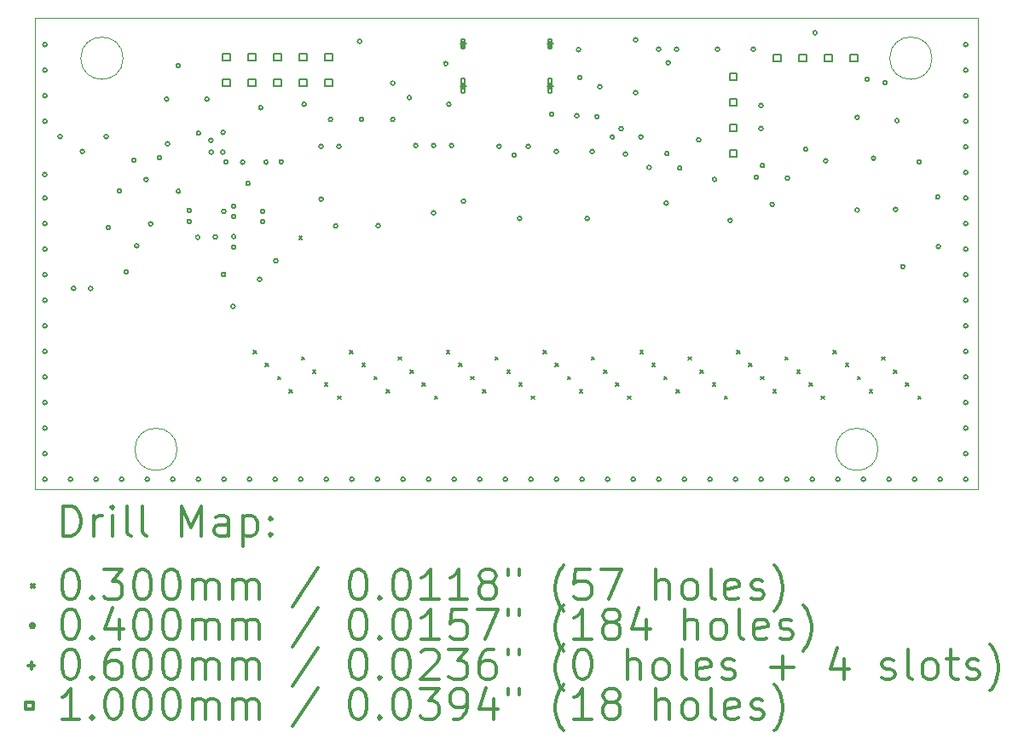
<source format=gbr>
%FSLAX45Y45*%
G04 Gerber Fmt 4.5, Leading zero omitted, Abs format (unit mm)*
G04 Created by KiCad (PCBNEW (5.1.12)-1) date 2024-06-07 21:14:00*
%MOMM*%
%LPD*%
G01*
G04 APERTURE LIST*
%TA.AperFunction,Profile*%
%ADD10C,0.050000*%
%TD*%
%ADD11C,0.200000*%
%ADD12C,0.300000*%
G04 APERTURE END LIST*
D10*
X19373500Y-12585600D02*
G75*
G03*
X19373500Y-12585600I-210000J0D01*
G01*
X12413500Y-12585600D02*
G75*
G03*
X12413500Y-12585600I-210000J0D01*
G01*
X11877000Y-8700000D02*
G75*
G03*
X11877000Y-8700000I-210000J0D01*
G01*
X19910000Y-8700000D02*
G75*
G03*
X19910000Y-8700000I-210000J0D01*
G01*
X20367000Y-12979400D02*
X20367000Y-8300000D01*
X11000000Y-8300000D02*
X20367000Y-8300000D01*
X11000000Y-12979400D02*
X11000000Y-8300000D01*
X20367000Y-12979400D02*
X11000000Y-12979400D01*
D11*
X13170000Y-11602000D02*
X13200000Y-11632000D01*
X13200000Y-11602000D02*
X13170000Y-11632000D01*
X13291000Y-11732000D02*
X13321000Y-11762000D01*
X13321000Y-11732000D02*
X13291000Y-11762000D01*
X13412000Y-11862000D02*
X13442000Y-11892000D01*
X13442000Y-11862000D02*
X13412000Y-11892000D01*
X13525000Y-11992000D02*
X13555000Y-12022000D01*
X13555000Y-11992000D02*
X13525000Y-12022000D01*
X13625000Y-10467000D02*
X13655000Y-10497000D01*
X13655000Y-10467000D02*
X13625000Y-10497000D01*
X13648000Y-11667000D02*
X13678000Y-11697000D01*
X13678000Y-11667000D02*
X13648000Y-11697000D01*
X13759000Y-11797000D02*
X13789000Y-11827000D01*
X13789000Y-11797000D02*
X13759000Y-11827000D01*
X13880000Y-11927000D02*
X13910000Y-11957000D01*
X13910000Y-11927000D02*
X13880000Y-11957000D01*
X14010000Y-12057000D02*
X14040000Y-12087000D01*
X14040000Y-12057000D02*
X14010000Y-12087000D01*
X14130000Y-11602000D02*
X14160000Y-11632000D01*
X14160000Y-11602000D02*
X14130000Y-11632000D01*
X14250000Y-11732000D02*
X14280000Y-11762000D01*
X14280000Y-11732000D02*
X14250000Y-11762000D01*
X14370000Y-11862000D02*
X14400000Y-11892000D01*
X14400000Y-11862000D02*
X14370000Y-11892000D01*
X14490000Y-11992000D02*
X14520000Y-12022000D01*
X14520000Y-11992000D02*
X14490000Y-12022000D01*
X14610000Y-11667000D02*
X14640000Y-11697000D01*
X14640000Y-11667000D02*
X14610000Y-11697000D01*
X14730000Y-11797000D02*
X14760000Y-11827000D01*
X14760000Y-11797000D02*
X14730000Y-11827000D01*
X14850000Y-11927000D02*
X14880000Y-11957000D01*
X14880000Y-11927000D02*
X14850000Y-11957000D01*
X14970000Y-12057000D02*
X15000000Y-12087000D01*
X15000000Y-12057000D02*
X14970000Y-12087000D01*
X15090000Y-11602000D02*
X15120000Y-11632000D01*
X15120000Y-11602000D02*
X15090000Y-11632000D01*
X15210000Y-11732000D02*
X15240000Y-11762000D01*
X15240000Y-11732000D02*
X15210000Y-11762000D01*
X15330000Y-11862000D02*
X15360000Y-11892000D01*
X15360000Y-11862000D02*
X15330000Y-11892000D01*
X15450000Y-11992000D02*
X15480000Y-12022000D01*
X15480000Y-11992000D02*
X15450000Y-12022000D01*
X15570000Y-11667000D02*
X15600000Y-11697000D01*
X15600000Y-11667000D02*
X15570000Y-11697000D01*
X15690000Y-11797000D02*
X15720000Y-11827000D01*
X15720000Y-11797000D02*
X15690000Y-11827000D01*
X15810000Y-11927000D02*
X15840000Y-11957000D01*
X15840000Y-11927000D02*
X15810000Y-11957000D01*
X15930000Y-12057000D02*
X15960000Y-12087000D01*
X15960000Y-12057000D02*
X15930000Y-12087000D01*
X16050000Y-11602000D02*
X16080000Y-11632000D01*
X16080000Y-11602000D02*
X16050000Y-11632000D01*
X16170000Y-11732000D02*
X16200000Y-11762000D01*
X16200000Y-11732000D02*
X16170000Y-11762000D01*
X16290000Y-11862000D02*
X16320000Y-11892000D01*
X16320000Y-11862000D02*
X16290000Y-11892000D01*
X16410000Y-11992000D02*
X16440000Y-12022000D01*
X16440000Y-11992000D02*
X16410000Y-12022000D01*
X16530000Y-11667000D02*
X16560000Y-11697000D01*
X16560000Y-11667000D02*
X16530000Y-11697000D01*
X16650000Y-11797000D02*
X16680000Y-11827000D01*
X16680000Y-11797000D02*
X16650000Y-11827000D01*
X16770000Y-11927000D02*
X16800000Y-11957000D01*
X16800000Y-11927000D02*
X16770000Y-11957000D01*
X16890000Y-12057000D02*
X16920000Y-12087000D01*
X16920000Y-12057000D02*
X16890000Y-12087000D01*
X17010000Y-11602000D02*
X17040000Y-11632000D01*
X17040000Y-11602000D02*
X17010000Y-11632000D01*
X17130000Y-11732000D02*
X17160000Y-11762000D01*
X17160000Y-11732000D02*
X17130000Y-11762000D01*
X17250000Y-11862000D02*
X17280000Y-11892000D01*
X17280000Y-11862000D02*
X17250000Y-11892000D01*
X17370000Y-11992000D02*
X17400000Y-12022000D01*
X17400000Y-11992000D02*
X17370000Y-12022000D01*
X17490000Y-11667000D02*
X17520000Y-11697000D01*
X17520000Y-11667000D02*
X17490000Y-11697000D01*
X17610000Y-11797000D02*
X17640000Y-11827000D01*
X17640000Y-11797000D02*
X17610000Y-11827000D01*
X17730000Y-11927000D02*
X17760000Y-11957000D01*
X17760000Y-11927000D02*
X17730000Y-11957000D01*
X17850000Y-12057000D02*
X17880000Y-12087000D01*
X17880000Y-12057000D02*
X17850000Y-12087000D01*
X17970000Y-11602000D02*
X18000000Y-11632000D01*
X18000000Y-11602000D02*
X17970000Y-11632000D01*
X18090000Y-11732000D02*
X18120000Y-11762000D01*
X18120000Y-11732000D02*
X18090000Y-11762000D01*
X18210000Y-11862000D02*
X18240000Y-11892000D01*
X18240000Y-11862000D02*
X18210000Y-11892000D01*
X18330000Y-11992000D02*
X18360000Y-12022000D01*
X18360000Y-11992000D02*
X18330000Y-12022000D01*
X18450000Y-11667000D02*
X18480000Y-11697000D01*
X18480000Y-11667000D02*
X18450000Y-11697000D01*
X18570000Y-11797000D02*
X18600000Y-11827000D01*
X18600000Y-11797000D02*
X18570000Y-11827000D01*
X18690000Y-11927000D02*
X18720000Y-11957000D01*
X18720000Y-11927000D02*
X18690000Y-11957000D01*
X18810000Y-12057000D02*
X18840000Y-12087000D01*
X18840000Y-12057000D02*
X18810000Y-12087000D01*
X18930000Y-11602000D02*
X18960000Y-11632000D01*
X18960000Y-11602000D02*
X18930000Y-11632000D01*
X19050000Y-11732000D02*
X19080000Y-11762000D01*
X19080000Y-11732000D02*
X19050000Y-11762000D01*
X19170000Y-11862000D02*
X19200000Y-11892000D01*
X19200000Y-11862000D02*
X19170000Y-11892000D01*
X19290000Y-11992000D02*
X19320000Y-12022000D01*
X19320000Y-11992000D02*
X19290000Y-12022000D01*
X19410000Y-11667000D02*
X19440000Y-11697000D01*
X19440000Y-11667000D02*
X19410000Y-11697000D01*
X19530000Y-11797000D02*
X19560000Y-11827000D01*
X19560000Y-11797000D02*
X19530000Y-11827000D01*
X19650000Y-11927000D02*
X19680000Y-11957000D01*
X19680000Y-11927000D02*
X19650000Y-11957000D01*
X19770000Y-12057000D02*
X19800000Y-12087000D01*
X19800000Y-12057000D02*
X19770000Y-12087000D01*
X11119800Y-9855200D02*
G75*
G03*
X11119800Y-9855200I-20000J0D01*
G01*
X11121000Y-8565000D02*
G75*
G03*
X11121000Y-8565000I-20000J0D01*
G01*
X11121000Y-8819000D02*
G75*
G03*
X11121000Y-8819000I-20000J0D01*
G01*
X11121000Y-9073000D02*
G75*
G03*
X11121000Y-9073000I-20000J0D01*
G01*
X11121000Y-9327000D02*
G75*
G03*
X11121000Y-9327000I-20000J0D01*
G01*
X11121000Y-10089000D02*
G75*
G03*
X11121000Y-10089000I-20000J0D01*
G01*
X11121000Y-10343000D02*
G75*
G03*
X11121000Y-10343000I-20000J0D01*
G01*
X11121000Y-10597000D02*
G75*
G03*
X11121000Y-10597000I-20000J0D01*
G01*
X11121000Y-10851000D02*
G75*
G03*
X11121000Y-10851000I-20000J0D01*
G01*
X11121000Y-11105000D02*
G75*
G03*
X11121000Y-11105000I-20000J0D01*
G01*
X11121000Y-11359000D02*
G75*
G03*
X11121000Y-11359000I-20000J0D01*
G01*
X11121000Y-11613000D02*
G75*
G03*
X11121000Y-11613000I-20000J0D01*
G01*
X11121000Y-11867000D02*
G75*
G03*
X11121000Y-11867000I-20000J0D01*
G01*
X11121000Y-12121000D02*
G75*
G03*
X11121000Y-12121000I-20000J0D01*
G01*
X11121000Y-12375000D02*
G75*
G03*
X11121000Y-12375000I-20000J0D01*
G01*
X11121000Y-12629000D02*
G75*
G03*
X11121000Y-12629000I-20000J0D01*
G01*
X11121000Y-12883000D02*
G75*
G03*
X11121000Y-12883000I-20000J0D01*
G01*
X11272200Y-9478500D02*
G75*
G03*
X11272200Y-9478500I-20000J0D01*
G01*
X11375000Y-12883000D02*
G75*
G03*
X11375000Y-12883000I-20000J0D01*
G01*
X11405600Y-10986000D02*
G75*
G03*
X11405600Y-10986000I-20000J0D01*
G01*
X11493000Y-9627000D02*
G75*
G03*
X11493000Y-9627000I-20000J0D01*
G01*
X11575600Y-10988000D02*
G75*
G03*
X11575600Y-10988000I-20000J0D01*
G01*
X11629000Y-12883000D02*
G75*
G03*
X11629000Y-12883000I-20000J0D01*
G01*
X11729400Y-9478500D02*
G75*
G03*
X11729400Y-9478500I-20000J0D01*
G01*
X11751000Y-10381000D02*
G75*
G03*
X11751000Y-10381000I-20000J0D01*
G01*
X11862000Y-10018000D02*
G75*
G03*
X11862000Y-10018000I-20000J0D01*
G01*
X11883000Y-12883000D02*
G75*
G03*
X11883000Y-12883000I-20000J0D01*
G01*
X11927000Y-10824000D02*
G75*
G03*
X11927000Y-10824000I-20000J0D01*
G01*
X12004000Y-9715000D02*
G75*
G03*
X12004000Y-9715000I-20000J0D01*
G01*
X12033000Y-10564000D02*
G75*
G03*
X12033000Y-10564000I-20000J0D01*
G01*
X12125100Y-9905900D02*
G75*
G03*
X12125100Y-9905900I-20000J0D01*
G01*
X12137000Y-12883000D02*
G75*
G03*
X12137000Y-12883000I-20000J0D01*
G01*
X12171000Y-10346000D02*
G75*
G03*
X12171000Y-10346000I-20000J0D01*
G01*
X12259000Y-9690000D02*
G75*
G03*
X12259000Y-9690000I-20000J0D01*
G01*
X12330000Y-9107000D02*
G75*
G03*
X12330000Y-9107000I-20000J0D01*
G01*
X12339000Y-9550400D02*
G75*
G03*
X12339000Y-9550400I-20000J0D01*
G01*
X12391000Y-12883000D02*
G75*
G03*
X12391000Y-12883000I-20000J0D01*
G01*
X12443000Y-8774000D02*
G75*
G03*
X12443000Y-8774000I-20000J0D01*
G01*
X12445600Y-10021000D02*
G75*
G03*
X12445600Y-10021000I-20000J0D01*
G01*
X12553600Y-10210800D02*
G75*
G03*
X12553600Y-10210800I-20000J0D01*
G01*
X12553600Y-10321000D02*
G75*
G03*
X12553600Y-10321000I-20000J0D01*
G01*
X12638000Y-10480000D02*
G75*
G03*
X12638000Y-10480000I-20000J0D01*
G01*
X12645000Y-12883000D02*
G75*
G03*
X12645000Y-12883000I-20000J0D01*
G01*
X12645600Y-9444400D02*
G75*
G03*
X12645600Y-9444400I-20000J0D01*
G01*
X12730000Y-9107000D02*
G75*
G03*
X12730000Y-9107000I-20000J0D01*
G01*
X12769000Y-9516000D02*
G75*
G03*
X12769000Y-9516000I-20000J0D01*
G01*
X12771000Y-9633000D02*
G75*
G03*
X12771000Y-9633000I-20000J0D01*
G01*
X12812000Y-10475000D02*
G75*
G03*
X12812000Y-10475000I-20000J0D01*
G01*
X12888000Y-9633000D02*
G75*
G03*
X12888000Y-9633000I-20000J0D01*
G01*
X12890000Y-9436000D02*
G75*
G03*
X12890000Y-9436000I-20000J0D01*
G01*
X12895000Y-10848000D02*
G75*
G03*
X12895000Y-10848000I-20000J0D01*
G01*
X12897800Y-10221000D02*
G75*
G03*
X12897800Y-10221000I-20000J0D01*
G01*
X12899000Y-12883000D02*
G75*
G03*
X12899000Y-12883000I-20000J0D01*
G01*
X12920000Y-9729000D02*
G75*
G03*
X12920000Y-9729000I-20000J0D01*
G01*
X12989000Y-11166000D02*
G75*
G03*
X12989000Y-11166000I-20000J0D01*
G01*
X12995600Y-10171000D02*
G75*
G03*
X12995600Y-10171000I-20000J0D01*
G01*
X12995600Y-10271000D02*
G75*
G03*
X12995600Y-10271000I-20000J0D01*
G01*
X12995600Y-10471000D02*
G75*
G03*
X12995600Y-10471000I-20000J0D01*
G01*
X12995600Y-10577400D02*
G75*
G03*
X12995600Y-10577400I-20000J0D01*
G01*
X13084000Y-9734000D02*
G75*
G03*
X13084000Y-9734000I-20000J0D01*
G01*
X13136850Y-9943000D02*
G75*
G03*
X13136850Y-9943000I-20000J0D01*
G01*
X13153000Y-12883000D02*
G75*
G03*
X13153000Y-12883000I-20000J0D01*
G01*
X13253400Y-10896600D02*
G75*
G03*
X13253400Y-10896600I-20000J0D01*
G01*
X13264000Y-9191000D02*
G75*
G03*
X13264000Y-9191000I-20000J0D01*
G01*
X13282000Y-10221000D02*
G75*
G03*
X13282000Y-10221000I-20000J0D01*
G01*
X13282000Y-10321000D02*
G75*
G03*
X13282000Y-10321000I-20000J0D01*
G01*
X13317000Y-9733000D02*
G75*
G03*
X13317000Y-9733000I-20000J0D01*
G01*
X13407000Y-12883000D02*
G75*
G03*
X13407000Y-12883000I-20000J0D01*
G01*
X13413000Y-10712250D02*
G75*
G03*
X13413000Y-10712250I-20000J0D01*
G01*
X13467000Y-9729000D02*
G75*
G03*
X13467000Y-9729000I-20000J0D01*
G01*
X13661000Y-12883000D02*
G75*
G03*
X13661000Y-12883000I-20000J0D01*
G01*
X13695000Y-9158000D02*
G75*
G03*
X13695000Y-9158000I-20000J0D01*
G01*
X13863000Y-9575800D02*
G75*
G03*
X13863000Y-9575800I-20000J0D01*
G01*
X13865000Y-10100000D02*
G75*
G03*
X13865000Y-10100000I-20000J0D01*
G01*
X13915000Y-12883000D02*
G75*
G03*
X13915000Y-12883000I-20000J0D01*
G01*
X13957000Y-9308000D02*
G75*
G03*
X13957000Y-9308000I-20000J0D01*
G01*
X14008000Y-10366000D02*
G75*
G03*
X14008000Y-10366000I-20000J0D01*
G01*
X14040800Y-9575800D02*
G75*
G03*
X14040800Y-9575800I-20000J0D01*
G01*
X14169000Y-12883000D02*
G75*
G03*
X14169000Y-12883000I-20000J0D01*
G01*
X14246000Y-8533000D02*
G75*
G03*
X14246000Y-8533000I-20000J0D01*
G01*
X14266000Y-9308000D02*
G75*
G03*
X14266000Y-9308000I-20000J0D01*
G01*
X14423000Y-12883000D02*
G75*
G03*
X14423000Y-12883000I-20000J0D01*
G01*
X14430000Y-10363200D02*
G75*
G03*
X14430000Y-10363200I-20000J0D01*
G01*
X14575000Y-9308000D02*
G75*
G03*
X14575000Y-9308000I-20000J0D01*
G01*
X14576000Y-8948000D02*
G75*
G03*
X14576000Y-8948000I-20000J0D01*
G01*
X14677000Y-12883000D02*
G75*
G03*
X14677000Y-12883000I-20000J0D01*
G01*
X14739000Y-9092000D02*
G75*
G03*
X14739000Y-9092000I-20000J0D01*
G01*
X14802800Y-9567000D02*
G75*
G03*
X14802800Y-9567000I-20000J0D01*
G01*
X14931000Y-12883000D02*
G75*
G03*
X14931000Y-12883000I-20000J0D01*
G01*
X14980600Y-9567000D02*
G75*
G03*
X14980600Y-9567000I-20000J0D01*
G01*
X14980600Y-10236200D02*
G75*
G03*
X14980600Y-10236200I-20000J0D01*
G01*
X15102000Y-8754000D02*
G75*
G03*
X15102000Y-8754000I-20000J0D01*
G01*
X15132000Y-9158000D02*
G75*
G03*
X15132000Y-9158000I-20000J0D01*
G01*
X15158400Y-9567000D02*
G75*
G03*
X15158400Y-9567000I-20000J0D01*
G01*
X15185000Y-12883000D02*
G75*
G03*
X15185000Y-12883000I-20000J0D01*
G01*
X15277000Y-10121000D02*
G75*
G03*
X15277000Y-10121000I-20000J0D01*
G01*
X15439000Y-12883000D02*
G75*
G03*
X15439000Y-12883000I-20000J0D01*
G01*
X15629800Y-9575000D02*
G75*
G03*
X15629800Y-9575000I-20000J0D01*
G01*
X15693000Y-12883000D02*
G75*
G03*
X15693000Y-12883000I-20000J0D01*
G01*
X15779800Y-9661000D02*
G75*
G03*
X15779800Y-9661000I-20000J0D01*
G01*
X15834500Y-10292000D02*
G75*
G03*
X15834500Y-10292000I-20000J0D01*
G01*
X15920400Y-9575800D02*
G75*
G03*
X15920400Y-9575800I-20000J0D01*
G01*
X15947000Y-12883000D02*
G75*
G03*
X15947000Y-12883000I-20000J0D01*
G01*
X16152000Y-9257000D02*
G75*
G03*
X16152000Y-9257000I-20000J0D01*
G01*
X16199800Y-9626600D02*
G75*
G03*
X16199800Y-9626600I-20000J0D01*
G01*
X16201000Y-12883000D02*
G75*
G03*
X16201000Y-12883000I-20000J0D01*
G01*
X16403000Y-9271000D02*
G75*
G03*
X16403000Y-9271000I-20000J0D01*
G01*
X16420000Y-8615000D02*
G75*
G03*
X16420000Y-8615000I-20000J0D01*
G01*
X16431000Y-8893000D02*
G75*
G03*
X16431000Y-8893000I-20000J0D01*
G01*
X16455000Y-12883000D02*
G75*
G03*
X16455000Y-12883000I-20000J0D01*
G01*
X16506000Y-10292000D02*
G75*
G03*
X16506000Y-10292000I-20000J0D01*
G01*
X16555400Y-9626600D02*
G75*
G03*
X16555400Y-9626600I-20000J0D01*
G01*
X16603000Y-9280000D02*
G75*
G03*
X16603000Y-9280000I-20000J0D01*
G01*
X16631000Y-8983000D02*
G75*
G03*
X16631000Y-8983000I-20000J0D01*
G01*
X16709000Y-12883000D02*
G75*
G03*
X16709000Y-12883000I-20000J0D01*
G01*
X16755000Y-9482000D02*
G75*
G03*
X16755000Y-9482000I-20000J0D01*
G01*
X16843000Y-9401000D02*
G75*
G03*
X16843000Y-9401000I-20000J0D01*
G01*
X16885600Y-9652000D02*
G75*
G03*
X16885600Y-9652000I-20000J0D01*
G01*
X16963000Y-12883000D02*
G75*
G03*
X16963000Y-12883000I-20000J0D01*
G01*
X16987000Y-8517000D02*
G75*
G03*
X16987000Y-8517000I-20000J0D01*
G01*
X16987200Y-9042400D02*
G75*
G03*
X16987200Y-9042400I-20000J0D01*
G01*
X17039000Y-9482000D02*
G75*
G03*
X17039000Y-9482000I-20000J0D01*
G01*
X17121000Y-9785000D02*
G75*
G03*
X17121000Y-9785000I-20000J0D01*
G01*
X17215800Y-8610600D02*
G75*
G03*
X17215800Y-8610600I-20000J0D01*
G01*
X17217000Y-12883000D02*
G75*
G03*
X17217000Y-12883000I-20000J0D01*
G01*
X17290000Y-10140000D02*
G75*
G03*
X17290000Y-10140000I-20000J0D01*
G01*
X17298000Y-9646000D02*
G75*
G03*
X17298000Y-9646000I-20000J0D01*
G01*
X17310000Y-8746000D02*
G75*
G03*
X17310000Y-8746000I-20000J0D01*
G01*
X17393600Y-8610600D02*
G75*
G03*
X17393600Y-8610600I-20000J0D01*
G01*
X17425000Y-9791000D02*
G75*
G03*
X17425000Y-9791000I-20000J0D01*
G01*
X17471000Y-12883000D02*
G75*
G03*
X17471000Y-12883000I-20000J0D01*
G01*
X17612500Y-9511250D02*
G75*
G03*
X17612500Y-9511250I-20000J0D01*
G01*
X17725000Y-12883000D02*
G75*
G03*
X17725000Y-12883000I-20000J0D01*
G01*
X17770000Y-9904000D02*
G75*
G03*
X17770000Y-9904000I-20000J0D01*
G01*
X17800000Y-8610600D02*
G75*
G03*
X17800000Y-8610600I-20000J0D01*
G01*
X17925000Y-10312000D02*
G75*
G03*
X17925000Y-10312000I-20000J0D01*
G01*
X17979000Y-12883000D02*
G75*
G03*
X17979000Y-12883000I-20000J0D01*
G01*
X18155600Y-8610600D02*
G75*
G03*
X18155600Y-8610600I-20000J0D01*
G01*
X18185000Y-9883000D02*
G75*
G03*
X18185000Y-9883000I-20000J0D01*
G01*
X18231800Y-9169400D02*
G75*
G03*
X18231800Y-9169400I-20000J0D01*
G01*
X18231800Y-9398000D02*
G75*
G03*
X18231800Y-9398000I-20000J0D01*
G01*
X18233000Y-12883000D02*
G75*
G03*
X18233000Y-12883000I-20000J0D01*
G01*
X18246000Y-9765250D02*
G75*
G03*
X18246000Y-9765250I-20000J0D01*
G01*
X18343000Y-10153000D02*
G75*
G03*
X18343000Y-10153000I-20000J0D01*
G01*
X18487000Y-12883000D02*
G75*
G03*
X18487000Y-12883000I-20000J0D01*
G01*
X18494000Y-9891000D02*
G75*
G03*
X18494000Y-9891000I-20000J0D01*
G01*
X18676000Y-9606000D02*
G75*
G03*
X18676000Y-9606000I-20000J0D01*
G01*
X18741000Y-12883000D02*
G75*
G03*
X18741000Y-12883000I-20000J0D01*
G01*
X18768000Y-8447000D02*
G75*
G03*
X18768000Y-8447000I-20000J0D01*
G01*
X18874000Y-9720000D02*
G75*
G03*
X18874000Y-9720000I-20000J0D01*
G01*
X18995000Y-12883000D02*
G75*
G03*
X18995000Y-12883000I-20000J0D01*
G01*
X19186000Y-9287000D02*
G75*
G03*
X19186000Y-9287000I-20000J0D01*
G01*
X19186000Y-10208000D02*
G75*
G03*
X19186000Y-10208000I-20000J0D01*
G01*
X19249000Y-12883000D02*
G75*
G03*
X19249000Y-12883000I-20000J0D01*
G01*
X19286000Y-8907000D02*
G75*
G03*
X19286000Y-8907000I-20000J0D01*
G01*
X19349000Y-9693000D02*
G75*
G03*
X19349000Y-9693000I-20000J0D01*
G01*
X19462000Y-8943000D02*
G75*
G03*
X19462000Y-8943000I-20000J0D01*
G01*
X19503000Y-12883000D02*
G75*
G03*
X19503000Y-12883000I-20000J0D01*
G01*
X19567000Y-10202000D02*
G75*
G03*
X19567000Y-10202000I-20000J0D01*
G01*
X19582000Y-9321000D02*
G75*
G03*
X19582000Y-9321000I-20000J0D01*
G01*
X19639000Y-10771000D02*
G75*
G03*
X19639000Y-10771000I-20000J0D01*
G01*
X19757000Y-12883000D02*
G75*
G03*
X19757000Y-12883000I-20000J0D01*
G01*
X19801833Y-9729167D02*
G75*
G03*
X19801833Y-9729167I-20000J0D01*
G01*
X19986000Y-10078000D02*
G75*
G03*
X19986000Y-10078000I-20000J0D01*
G01*
X19993000Y-10571000D02*
G75*
G03*
X19993000Y-10571000I-20000J0D01*
G01*
X20011000Y-12883000D02*
G75*
G03*
X20011000Y-12883000I-20000J0D01*
G01*
X20265000Y-8565000D02*
G75*
G03*
X20265000Y-8565000I-20000J0D01*
G01*
X20265000Y-8819000D02*
G75*
G03*
X20265000Y-8819000I-20000J0D01*
G01*
X20265000Y-9073000D02*
G75*
G03*
X20265000Y-9073000I-20000J0D01*
G01*
X20265000Y-9327000D02*
G75*
G03*
X20265000Y-9327000I-20000J0D01*
G01*
X20265000Y-9581000D02*
G75*
G03*
X20265000Y-9581000I-20000J0D01*
G01*
X20265000Y-9835000D02*
G75*
G03*
X20265000Y-9835000I-20000J0D01*
G01*
X20265000Y-10089000D02*
G75*
G03*
X20265000Y-10089000I-20000J0D01*
G01*
X20265000Y-10343000D02*
G75*
G03*
X20265000Y-10343000I-20000J0D01*
G01*
X20265000Y-10597000D02*
G75*
G03*
X20265000Y-10597000I-20000J0D01*
G01*
X20265000Y-10851000D02*
G75*
G03*
X20265000Y-10851000I-20000J0D01*
G01*
X20265000Y-11105000D02*
G75*
G03*
X20265000Y-11105000I-20000J0D01*
G01*
X20265000Y-11359000D02*
G75*
G03*
X20265000Y-11359000I-20000J0D01*
G01*
X20265000Y-11613000D02*
G75*
G03*
X20265000Y-11613000I-20000J0D01*
G01*
X20265000Y-11867000D02*
G75*
G03*
X20265000Y-11867000I-20000J0D01*
G01*
X20265000Y-12121000D02*
G75*
G03*
X20265000Y-12121000I-20000J0D01*
G01*
X20265000Y-12375000D02*
G75*
G03*
X20265000Y-12375000I-20000J0D01*
G01*
X20265000Y-12629000D02*
G75*
G03*
X20265000Y-12629000I-20000J0D01*
G01*
X20265000Y-12883000D02*
G75*
G03*
X20265000Y-12883000I-20000J0D01*
G01*
X15252800Y-8526400D02*
X15252800Y-8586400D01*
X15222800Y-8556400D02*
X15282800Y-8556400D01*
X15272800Y-8586400D02*
X15272800Y-8526400D01*
X15232800Y-8586400D02*
X15232800Y-8526400D01*
X15272800Y-8526400D02*
G75*
G03*
X15232800Y-8526400I-20000J0D01*
G01*
X15232800Y-8586400D02*
G75*
G03*
X15272800Y-8586400I20000J0D01*
G01*
X15252800Y-8944400D02*
X15252800Y-9004400D01*
X15222800Y-8974400D02*
X15282800Y-8974400D01*
X15272800Y-9029400D02*
X15272800Y-8919400D01*
X15232800Y-9029400D02*
X15232800Y-8919400D01*
X15272800Y-8919400D02*
G75*
G03*
X15232800Y-8919400I-20000J0D01*
G01*
X15232800Y-9029400D02*
G75*
G03*
X15272800Y-9029400I20000J0D01*
G01*
X16116800Y-8526400D02*
X16116800Y-8586400D01*
X16086800Y-8556400D02*
X16146800Y-8556400D01*
X16136800Y-8586400D02*
X16136800Y-8526400D01*
X16096800Y-8586400D02*
X16096800Y-8526400D01*
X16136800Y-8526400D02*
G75*
G03*
X16096800Y-8526400I-20000J0D01*
G01*
X16096800Y-8586400D02*
G75*
G03*
X16136800Y-8586400I20000J0D01*
G01*
X16116800Y-8944400D02*
X16116800Y-9004400D01*
X16086800Y-8974400D02*
X16146800Y-8974400D01*
X16136800Y-9029400D02*
X16136800Y-8919400D01*
X16096800Y-9029400D02*
X16096800Y-8919400D01*
X16136800Y-8919400D02*
G75*
G03*
X16096800Y-8919400I-20000J0D01*
G01*
X16096800Y-9029400D02*
G75*
G03*
X16136800Y-9029400I20000J0D01*
G01*
X12938556Y-8722156D02*
X12938556Y-8651444D01*
X12867844Y-8651444D01*
X12867844Y-8722156D01*
X12938556Y-8722156D01*
X12938556Y-8976156D02*
X12938556Y-8905444D01*
X12867844Y-8905444D01*
X12867844Y-8976156D01*
X12938556Y-8976156D01*
X13192556Y-8722156D02*
X13192556Y-8651444D01*
X13121844Y-8651444D01*
X13121844Y-8722156D01*
X13192556Y-8722156D01*
X13192556Y-8976156D02*
X13192556Y-8905444D01*
X13121844Y-8905444D01*
X13121844Y-8976156D01*
X13192556Y-8976156D01*
X13446556Y-8722156D02*
X13446556Y-8651444D01*
X13375844Y-8651444D01*
X13375844Y-8722156D01*
X13446556Y-8722156D01*
X13446556Y-8976156D02*
X13446556Y-8905444D01*
X13375844Y-8905444D01*
X13375844Y-8976156D01*
X13446556Y-8976156D01*
X13700556Y-8722156D02*
X13700556Y-8651444D01*
X13629844Y-8651444D01*
X13629844Y-8722156D01*
X13700556Y-8722156D01*
X13700556Y-8976156D02*
X13700556Y-8905444D01*
X13629844Y-8905444D01*
X13629844Y-8976156D01*
X13700556Y-8976156D01*
X13954556Y-8722156D02*
X13954556Y-8651444D01*
X13883844Y-8651444D01*
X13883844Y-8722156D01*
X13954556Y-8722156D01*
X13954556Y-8976156D02*
X13954556Y-8905444D01*
X13883844Y-8905444D01*
X13883844Y-8976156D01*
X13954556Y-8976156D01*
X17973356Y-8918356D02*
X17973356Y-8847644D01*
X17902644Y-8847644D01*
X17902644Y-8918356D01*
X17973356Y-8918356D01*
X17973356Y-9172356D02*
X17973356Y-9101644D01*
X17902644Y-9101644D01*
X17902644Y-9172356D01*
X17973356Y-9172356D01*
X17973356Y-9426356D02*
X17973356Y-9355644D01*
X17902644Y-9355644D01*
X17902644Y-9426356D01*
X17973356Y-9426356D01*
X17973356Y-9680356D02*
X17973356Y-9609644D01*
X17902644Y-9609644D01*
X17902644Y-9680356D01*
X17973356Y-9680356D01*
X18407356Y-8730356D02*
X18407356Y-8659644D01*
X18336644Y-8659644D01*
X18336644Y-8730356D01*
X18407356Y-8730356D01*
X18661356Y-8730356D02*
X18661356Y-8659644D01*
X18590644Y-8659644D01*
X18590644Y-8730356D01*
X18661356Y-8730356D01*
X18915356Y-8730356D02*
X18915356Y-8659644D01*
X18844644Y-8659644D01*
X18844644Y-8730356D01*
X18915356Y-8730356D01*
X19169356Y-8730356D02*
X19169356Y-8659644D01*
X19098644Y-8659644D01*
X19098644Y-8730356D01*
X19169356Y-8730356D01*
D12*
X11283928Y-13447614D02*
X11283928Y-13147614D01*
X11355357Y-13147614D01*
X11398214Y-13161900D01*
X11426786Y-13190471D01*
X11441071Y-13219043D01*
X11455357Y-13276186D01*
X11455357Y-13319043D01*
X11441071Y-13376186D01*
X11426786Y-13404757D01*
X11398214Y-13433329D01*
X11355357Y-13447614D01*
X11283928Y-13447614D01*
X11583928Y-13447614D02*
X11583928Y-13247614D01*
X11583928Y-13304757D02*
X11598214Y-13276186D01*
X11612500Y-13261900D01*
X11641071Y-13247614D01*
X11669643Y-13247614D01*
X11769643Y-13447614D02*
X11769643Y-13247614D01*
X11769643Y-13147614D02*
X11755357Y-13161900D01*
X11769643Y-13176186D01*
X11783928Y-13161900D01*
X11769643Y-13147614D01*
X11769643Y-13176186D01*
X11955357Y-13447614D02*
X11926786Y-13433329D01*
X11912500Y-13404757D01*
X11912500Y-13147614D01*
X12112500Y-13447614D02*
X12083928Y-13433329D01*
X12069643Y-13404757D01*
X12069643Y-13147614D01*
X12455357Y-13447614D02*
X12455357Y-13147614D01*
X12555357Y-13361900D01*
X12655357Y-13147614D01*
X12655357Y-13447614D01*
X12926786Y-13447614D02*
X12926786Y-13290471D01*
X12912500Y-13261900D01*
X12883928Y-13247614D01*
X12826786Y-13247614D01*
X12798214Y-13261900D01*
X12926786Y-13433329D02*
X12898214Y-13447614D01*
X12826786Y-13447614D01*
X12798214Y-13433329D01*
X12783928Y-13404757D01*
X12783928Y-13376186D01*
X12798214Y-13347614D01*
X12826786Y-13333329D01*
X12898214Y-13333329D01*
X12926786Y-13319043D01*
X13069643Y-13247614D02*
X13069643Y-13547614D01*
X13069643Y-13261900D02*
X13098214Y-13247614D01*
X13155357Y-13247614D01*
X13183928Y-13261900D01*
X13198214Y-13276186D01*
X13212500Y-13304757D01*
X13212500Y-13390471D01*
X13198214Y-13419043D01*
X13183928Y-13433329D01*
X13155357Y-13447614D01*
X13098214Y-13447614D01*
X13069643Y-13433329D01*
X13341071Y-13419043D02*
X13355357Y-13433329D01*
X13341071Y-13447614D01*
X13326786Y-13433329D01*
X13341071Y-13419043D01*
X13341071Y-13447614D01*
X13341071Y-13261900D02*
X13355357Y-13276186D01*
X13341071Y-13290471D01*
X13326786Y-13276186D01*
X13341071Y-13261900D01*
X13341071Y-13290471D01*
X10967500Y-13926900D02*
X10997500Y-13956900D01*
X10997500Y-13926900D02*
X10967500Y-13956900D01*
X11341071Y-13777614D02*
X11369643Y-13777614D01*
X11398214Y-13791900D01*
X11412500Y-13806186D01*
X11426786Y-13834757D01*
X11441071Y-13891900D01*
X11441071Y-13963329D01*
X11426786Y-14020471D01*
X11412500Y-14049043D01*
X11398214Y-14063329D01*
X11369643Y-14077614D01*
X11341071Y-14077614D01*
X11312500Y-14063329D01*
X11298214Y-14049043D01*
X11283928Y-14020471D01*
X11269643Y-13963329D01*
X11269643Y-13891900D01*
X11283928Y-13834757D01*
X11298214Y-13806186D01*
X11312500Y-13791900D01*
X11341071Y-13777614D01*
X11569643Y-14049043D02*
X11583928Y-14063329D01*
X11569643Y-14077614D01*
X11555357Y-14063329D01*
X11569643Y-14049043D01*
X11569643Y-14077614D01*
X11683928Y-13777614D02*
X11869643Y-13777614D01*
X11769643Y-13891900D01*
X11812500Y-13891900D01*
X11841071Y-13906186D01*
X11855357Y-13920471D01*
X11869643Y-13949043D01*
X11869643Y-14020471D01*
X11855357Y-14049043D01*
X11841071Y-14063329D01*
X11812500Y-14077614D01*
X11726786Y-14077614D01*
X11698214Y-14063329D01*
X11683928Y-14049043D01*
X12055357Y-13777614D02*
X12083928Y-13777614D01*
X12112500Y-13791900D01*
X12126786Y-13806186D01*
X12141071Y-13834757D01*
X12155357Y-13891900D01*
X12155357Y-13963329D01*
X12141071Y-14020471D01*
X12126786Y-14049043D01*
X12112500Y-14063329D01*
X12083928Y-14077614D01*
X12055357Y-14077614D01*
X12026786Y-14063329D01*
X12012500Y-14049043D01*
X11998214Y-14020471D01*
X11983928Y-13963329D01*
X11983928Y-13891900D01*
X11998214Y-13834757D01*
X12012500Y-13806186D01*
X12026786Y-13791900D01*
X12055357Y-13777614D01*
X12341071Y-13777614D02*
X12369643Y-13777614D01*
X12398214Y-13791900D01*
X12412500Y-13806186D01*
X12426786Y-13834757D01*
X12441071Y-13891900D01*
X12441071Y-13963329D01*
X12426786Y-14020471D01*
X12412500Y-14049043D01*
X12398214Y-14063329D01*
X12369643Y-14077614D01*
X12341071Y-14077614D01*
X12312500Y-14063329D01*
X12298214Y-14049043D01*
X12283928Y-14020471D01*
X12269643Y-13963329D01*
X12269643Y-13891900D01*
X12283928Y-13834757D01*
X12298214Y-13806186D01*
X12312500Y-13791900D01*
X12341071Y-13777614D01*
X12569643Y-14077614D02*
X12569643Y-13877614D01*
X12569643Y-13906186D02*
X12583928Y-13891900D01*
X12612500Y-13877614D01*
X12655357Y-13877614D01*
X12683928Y-13891900D01*
X12698214Y-13920471D01*
X12698214Y-14077614D01*
X12698214Y-13920471D02*
X12712500Y-13891900D01*
X12741071Y-13877614D01*
X12783928Y-13877614D01*
X12812500Y-13891900D01*
X12826786Y-13920471D01*
X12826786Y-14077614D01*
X12969643Y-14077614D02*
X12969643Y-13877614D01*
X12969643Y-13906186D02*
X12983928Y-13891900D01*
X13012500Y-13877614D01*
X13055357Y-13877614D01*
X13083928Y-13891900D01*
X13098214Y-13920471D01*
X13098214Y-14077614D01*
X13098214Y-13920471D02*
X13112500Y-13891900D01*
X13141071Y-13877614D01*
X13183928Y-13877614D01*
X13212500Y-13891900D01*
X13226786Y-13920471D01*
X13226786Y-14077614D01*
X13812500Y-13763329D02*
X13555357Y-14149043D01*
X14198214Y-13777614D02*
X14226786Y-13777614D01*
X14255357Y-13791900D01*
X14269643Y-13806186D01*
X14283928Y-13834757D01*
X14298214Y-13891900D01*
X14298214Y-13963329D01*
X14283928Y-14020471D01*
X14269643Y-14049043D01*
X14255357Y-14063329D01*
X14226786Y-14077614D01*
X14198214Y-14077614D01*
X14169643Y-14063329D01*
X14155357Y-14049043D01*
X14141071Y-14020471D01*
X14126786Y-13963329D01*
X14126786Y-13891900D01*
X14141071Y-13834757D01*
X14155357Y-13806186D01*
X14169643Y-13791900D01*
X14198214Y-13777614D01*
X14426786Y-14049043D02*
X14441071Y-14063329D01*
X14426786Y-14077614D01*
X14412500Y-14063329D01*
X14426786Y-14049043D01*
X14426786Y-14077614D01*
X14626786Y-13777614D02*
X14655357Y-13777614D01*
X14683928Y-13791900D01*
X14698214Y-13806186D01*
X14712500Y-13834757D01*
X14726786Y-13891900D01*
X14726786Y-13963329D01*
X14712500Y-14020471D01*
X14698214Y-14049043D01*
X14683928Y-14063329D01*
X14655357Y-14077614D01*
X14626786Y-14077614D01*
X14598214Y-14063329D01*
X14583928Y-14049043D01*
X14569643Y-14020471D01*
X14555357Y-13963329D01*
X14555357Y-13891900D01*
X14569643Y-13834757D01*
X14583928Y-13806186D01*
X14598214Y-13791900D01*
X14626786Y-13777614D01*
X15012500Y-14077614D02*
X14841071Y-14077614D01*
X14926786Y-14077614D02*
X14926786Y-13777614D01*
X14898214Y-13820471D01*
X14869643Y-13849043D01*
X14841071Y-13863329D01*
X15298214Y-14077614D02*
X15126786Y-14077614D01*
X15212500Y-14077614D02*
X15212500Y-13777614D01*
X15183928Y-13820471D01*
X15155357Y-13849043D01*
X15126786Y-13863329D01*
X15469643Y-13906186D02*
X15441071Y-13891900D01*
X15426786Y-13877614D01*
X15412500Y-13849043D01*
X15412500Y-13834757D01*
X15426786Y-13806186D01*
X15441071Y-13791900D01*
X15469643Y-13777614D01*
X15526786Y-13777614D01*
X15555357Y-13791900D01*
X15569643Y-13806186D01*
X15583928Y-13834757D01*
X15583928Y-13849043D01*
X15569643Y-13877614D01*
X15555357Y-13891900D01*
X15526786Y-13906186D01*
X15469643Y-13906186D01*
X15441071Y-13920471D01*
X15426786Y-13934757D01*
X15412500Y-13963329D01*
X15412500Y-14020471D01*
X15426786Y-14049043D01*
X15441071Y-14063329D01*
X15469643Y-14077614D01*
X15526786Y-14077614D01*
X15555357Y-14063329D01*
X15569643Y-14049043D01*
X15583928Y-14020471D01*
X15583928Y-13963329D01*
X15569643Y-13934757D01*
X15555357Y-13920471D01*
X15526786Y-13906186D01*
X15698214Y-13777614D02*
X15698214Y-13834757D01*
X15812500Y-13777614D02*
X15812500Y-13834757D01*
X16255357Y-14191900D02*
X16241071Y-14177614D01*
X16212500Y-14134757D01*
X16198214Y-14106186D01*
X16183928Y-14063329D01*
X16169643Y-13991900D01*
X16169643Y-13934757D01*
X16183928Y-13863329D01*
X16198214Y-13820471D01*
X16212500Y-13791900D01*
X16241071Y-13749043D01*
X16255357Y-13734757D01*
X16512500Y-13777614D02*
X16369643Y-13777614D01*
X16355357Y-13920471D01*
X16369643Y-13906186D01*
X16398214Y-13891900D01*
X16469643Y-13891900D01*
X16498214Y-13906186D01*
X16512500Y-13920471D01*
X16526786Y-13949043D01*
X16526786Y-14020471D01*
X16512500Y-14049043D01*
X16498214Y-14063329D01*
X16469643Y-14077614D01*
X16398214Y-14077614D01*
X16369643Y-14063329D01*
X16355357Y-14049043D01*
X16626786Y-13777614D02*
X16826786Y-13777614D01*
X16698214Y-14077614D01*
X17169643Y-14077614D02*
X17169643Y-13777614D01*
X17298214Y-14077614D02*
X17298214Y-13920471D01*
X17283928Y-13891900D01*
X17255357Y-13877614D01*
X17212500Y-13877614D01*
X17183928Y-13891900D01*
X17169643Y-13906186D01*
X17483928Y-14077614D02*
X17455357Y-14063329D01*
X17441071Y-14049043D01*
X17426786Y-14020471D01*
X17426786Y-13934757D01*
X17441071Y-13906186D01*
X17455357Y-13891900D01*
X17483928Y-13877614D01*
X17526786Y-13877614D01*
X17555357Y-13891900D01*
X17569643Y-13906186D01*
X17583928Y-13934757D01*
X17583928Y-14020471D01*
X17569643Y-14049043D01*
X17555357Y-14063329D01*
X17526786Y-14077614D01*
X17483928Y-14077614D01*
X17755357Y-14077614D02*
X17726786Y-14063329D01*
X17712500Y-14034757D01*
X17712500Y-13777614D01*
X17983928Y-14063329D02*
X17955357Y-14077614D01*
X17898214Y-14077614D01*
X17869643Y-14063329D01*
X17855357Y-14034757D01*
X17855357Y-13920471D01*
X17869643Y-13891900D01*
X17898214Y-13877614D01*
X17955357Y-13877614D01*
X17983928Y-13891900D01*
X17998214Y-13920471D01*
X17998214Y-13949043D01*
X17855357Y-13977614D01*
X18112500Y-14063329D02*
X18141071Y-14077614D01*
X18198214Y-14077614D01*
X18226786Y-14063329D01*
X18241071Y-14034757D01*
X18241071Y-14020471D01*
X18226786Y-13991900D01*
X18198214Y-13977614D01*
X18155357Y-13977614D01*
X18126786Y-13963329D01*
X18112500Y-13934757D01*
X18112500Y-13920471D01*
X18126786Y-13891900D01*
X18155357Y-13877614D01*
X18198214Y-13877614D01*
X18226786Y-13891900D01*
X18341071Y-14191900D02*
X18355357Y-14177614D01*
X18383928Y-14134757D01*
X18398214Y-14106186D01*
X18412500Y-14063329D01*
X18426786Y-13991900D01*
X18426786Y-13934757D01*
X18412500Y-13863329D01*
X18398214Y-13820471D01*
X18383928Y-13791900D01*
X18355357Y-13749043D01*
X18341071Y-13734757D01*
X10997500Y-14337900D02*
G75*
G03*
X10997500Y-14337900I-20000J0D01*
G01*
X11341071Y-14173614D02*
X11369643Y-14173614D01*
X11398214Y-14187900D01*
X11412500Y-14202186D01*
X11426786Y-14230757D01*
X11441071Y-14287900D01*
X11441071Y-14359329D01*
X11426786Y-14416471D01*
X11412500Y-14445043D01*
X11398214Y-14459329D01*
X11369643Y-14473614D01*
X11341071Y-14473614D01*
X11312500Y-14459329D01*
X11298214Y-14445043D01*
X11283928Y-14416471D01*
X11269643Y-14359329D01*
X11269643Y-14287900D01*
X11283928Y-14230757D01*
X11298214Y-14202186D01*
X11312500Y-14187900D01*
X11341071Y-14173614D01*
X11569643Y-14445043D02*
X11583928Y-14459329D01*
X11569643Y-14473614D01*
X11555357Y-14459329D01*
X11569643Y-14445043D01*
X11569643Y-14473614D01*
X11841071Y-14273614D02*
X11841071Y-14473614D01*
X11769643Y-14159329D02*
X11698214Y-14373614D01*
X11883928Y-14373614D01*
X12055357Y-14173614D02*
X12083928Y-14173614D01*
X12112500Y-14187900D01*
X12126786Y-14202186D01*
X12141071Y-14230757D01*
X12155357Y-14287900D01*
X12155357Y-14359329D01*
X12141071Y-14416471D01*
X12126786Y-14445043D01*
X12112500Y-14459329D01*
X12083928Y-14473614D01*
X12055357Y-14473614D01*
X12026786Y-14459329D01*
X12012500Y-14445043D01*
X11998214Y-14416471D01*
X11983928Y-14359329D01*
X11983928Y-14287900D01*
X11998214Y-14230757D01*
X12012500Y-14202186D01*
X12026786Y-14187900D01*
X12055357Y-14173614D01*
X12341071Y-14173614D02*
X12369643Y-14173614D01*
X12398214Y-14187900D01*
X12412500Y-14202186D01*
X12426786Y-14230757D01*
X12441071Y-14287900D01*
X12441071Y-14359329D01*
X12426786Y-14416471D01*
X12412500Y-14445043D01*
X12398214Y-14459329D01*
X12369643Y-14473614D01*
X12341071Y-14473614D01*
X12312500Y-14459329D01*
X12298214Y-14445043D01*
X12283928Y-14416471D01*
X12269643Y-14359329D01*
X12269643Y-14287900D01*
X12283928Y-14230757D01*
X12298214Y-14202186D01*
X12312500Y-14187900D01*
X12341071Y-14173614D01*
X12569643Y-14473614D02*
X12569643Y-14273614D01*
X12569643Y-14302186D02*
X12583928Y-14287900D01*
X12612500Y-14273614D01*
X12655357Y-14273614D01*
X12683928Y-14287900D01*
X12698214Y-14316471D01*
X12698214Y-14473614D01*
X12698214Y-14316471D02*
X12712500Y-14287900D01*
X12741071Y-14273614D01*
X12783928Y-14273614D01*
X12812500Y-14287900D01*
X12826786Y-14316471D01*
X12826786Y-14473614D01*
X12969643Y-14473614D02*
X12969643Y-14273614D01*
X12969643Y-14302186D02*
X12983928Y-14287900D01*
X13012500Y-14273614D01*
X13055357Y-14273614D01*
X13083928Y-14287900D01*
X13098214Y-14316471D01*
X13098214Y-14473614D01*
X13098214Y-14316471D02*
X13112500Y-14287900D01*
X13141071Y-14273614D01*
X13183928Y-14273614D01*
X13212500Y-14287900D01*
X13226786Y-14316471D01*
X13226786Y-14473614D01*
X13812500Y-14159329D02*
X13555357Y-14545043D01*
X14198214Y-14173614D02*
X14226786Y-14173614D01*
X14255357Y-14187900D01*
X14269643Y-14202186D01*
X14283928Y-14230757D01*
X14298214Y-14287900D01*
X14298214Y-14359329D01*
X14283928Y-14416471D01*
X14269643Y-14445043D01*
X14255357Y-14459329D01*
X14226786Y-14473614D01*
X14198214Y-14473614D01*
X14169643Y-14459329D01*
X14155357Y-14445043D01*
X14141071Y-14416471D01*
X14126786Y-14359329D01*
X14126786Y-14287900D01*
X14141071Y-14230757D01*
X14155357Y-14202186D01*
X14169643Y-14187900D01*
X14198214Y-14173614D01*
X14426786Y-14445043D02*
X14441071Y-14459329D01*
X14426786Y-14473614D01*
X14412500Y-14459329D01*
X14426786Y-14445043D01*
X14426786Y-14473614D01*
X14626786Y-14173614D02*
X14655357Y-14173614D01*
X14683928Y-14187900D01*
X14698214Y-14202186D01*
X14712500Y-14230757D01*
X14726786Y-14287900D01*
X14726786Y-14359329D01*
X14712500Y-14416471D01*
X14698214Y-14445043D01*
X14683928Y-14459329D01*
X14655357Y-14473614D01*
X14626786Y-14473614D01*
X14598214Y-14459329D01*
X14583928Y-14445043D01*
X14569643Y-14416471D01*
X14555357Y-14359329D01*
X14555357Y-14287900D01*
X14569643Y-14230757D01*
X14583928Y-14202186D01*
X14598214Y-14187900D01*
X14626786Y-14173614D01*
X15012500Y-14473614D02*
X14841071Y-14473614D01*
X14926786Y-14473614D02*
X14926786Y-14173614D01*
X14898214Y-14216471D01*
X14869643Y-14245043D01*
X14841071Y-14259329D01*
X15283928Y-14173614D02*
X15141071Y-14173614D01*
X15126786Y-14316471D01*
X15141071Y-14302186D01*
X15169643Y-14287900D01*
X15241071Y-14287900D01*
X15269643Y-14302186D01*
X15283928Y-14316471D01*
X15298214Y-14345043D01*
X15298214Y-14416471D01*
X15283928Y-14445043D01*
X15269643Y-14459329D01*
X15241071Y-14473614D01*
X15169643Y-14473614D01*
X15141071Y-14459329D01*
X15126786Y-14445043D01*
X15398214Y-14173614D02*
X15598214Y-14173614D01*
X15469643Y-14473614D01*
X15698214Y-14173614D02*
X15698214Y-14230757D01*
X15812500Y-14173614D02*
X15812500Y-14230757D01*
X16255357Y-14587900D02*
X16241071Y-14573614D01*
X16212500Y-14530757D01*
X16198214Y-14502186D01*
X16183928Y-14459329D01*
X16169643Y-14387900D01*
X16169643Y-14330757D01*
X16183928Y-14259329D01*
X16198214Y-14216471D01*
X16212500Y-14187900D01*
X16241071Y-14145043D01*
X16255357Y-14130757D01*
X16526786Y-14473614D02*
X16355357Y-14473614D01*
X16441071Y-14473614D02*
X16441071Y-14173614D01*
X16412500Y-14216471D01*
X16383928Y-14245043D01*
X16355357Y-14259329D01*
X16698214Y-14302186D02*
X16669643Y-14287900D01*
X16655357Y-14273614D01*
X16641071Y-14245043D01*
X16641071Y-14230757D01*
X16655357Y-14202186D01*
X16669643Y-14187900D01*
X16698214Y-14173614D01*
X16755357Y-14173614D01*
X16783928Y-14187900D01*
X16798214Y-14202186D01*
X16812500Y-14230757D01*
X16812500Y-14245043D01*
X16798214Y-14273614D01*
X16783928Y-14287900D01*
X16755357Y-14302186D01*
X16698214Y-14302186D01*
X16669643Y-14316471D01*
X16655357Y-14330757D01*
X16641071Y-14359329D01*
X16641071Y-14416471D01*
X16655357Y-14445043D01*
X16669643Y-14459329D01*
X16698214Y-14473614D01*
X16755357Y-14473614D01*
X16783928Y-14459329D01*
X16798214Y-14445043D01*
X16812500Y-14416471D01*
X16812500Y-14359329D01*
X16798214Y-14330757D01*
X16783928Y-14316471D01*
X16755357Y-14302186D01*
X17069643Y-14273614D02*
X17069643Y-14473614D01*
X16998214Y-14159329D02*
X16926786Y-14373614D01*
X17112500Y-14373614D01*
X17455357Y-14473614D02*
X17455357Y-14173614D01*
X17583928Y-14473614D02*
X17583928Y-14316471D01*
X17569643Y-14287900D01*
X17541071Y-14273614D01*
X17498214Y-14273614D01*
X17469643Y-14287900D01*
X17455357Y-14302186D01*
X17769643Y-14473614D02*
X17741071Y-14459329D01*
X17726786Y-14445043D01*
X17712500Y-14416471D01*
X17712500Y-14330757D01*
X17726786Y-14302186D01*
X17741071Y-14287900D01*
X17769643Y-14273614D01*
X17812500Y-14273614D01*
X17841071Y-14287900D01*
X17855357Y-14302186D01*
X17869643Y-14330757D01*
X17869643Y-14416471D01*
X17855357Y-14445043D01*
X17841071Y-14459329D01*
X17812500Y-14473614D01*
X17769643Y-14473614D01*
X18041071Y-14473614D02*
X18012500Y-14459329D01*
X17998214Y-14430757D01*
X17998214Y-14173614D01*
X18269643Y-14459329D02*
X18241071Y-14473614D01*
X18183928Y-14473614D01*
X18155357Y-14459329D01*
X18141071Y-14430757D01*
X18141071Y-14316471D01*
X18155357Y-14287900D01*
X18183928Y-14273614D01*
X18241071Y-14273614D01*
X18269643Y-14287900D01*
X18283928Y-14316471D01*
X18283928Y-14345043D01*
X18141071Y-14373614D01*
X18398214Y-14459329D02*
X18426786Y-14473614D01*
X18483928Y-14473614D01*
X18512500Y-14459329D01*
X18526786Y-14430757D01*
X18526786Y-14416471D01*
X18512500Y-14387900D01*
X18483928Y-14373614D01*
X18441071Y-14373614D01*
X18412500Y-14359329D01*
X18398214Y-14330757D01*
X18398214Y-14316471D01*
X18412500Y-14287900D01*
X18441071Y-14273614D01*
X18483928Y-14273614D01*
X18512500Y-14287900D01*
X18626786Y-14587900D02*
X18641071Y-14573614D01*
X18669643Y-14530757D01*
X18683928Y-14502186D01*
X18698214Y-14459329D01*
X18712500Y-14387900D01*
X18712500Y-14330757D01*
X18698214Y-14259329D01*
X18683928Y-14216471D01*
X18669643Y-14187900D01*
X18641071Y-14145043D01*
X18626786Y-14130757D01*
X10967500Y-14703900D02*
X10967500Y-14763900D01*
X10937500Y-14733900D02*
X10997500Y-14733900D01*
X11341071Y-14569614D02*
X11369643Y-14569614D01*
X11398214Y-14583900D01*
X11412500Y-14598186D01*
X11426786Y-14626757D01*
X11441071Y-14683900D01*
X11441071Y-14755329D01*
X11426786Y-14812471D01*
X11412500Y-14841043D01*
X11398214Y-14855329D01*
X11369643Y-14869614D01*
X11341071Y-14869614D01*
X11312500Y-14855329D01*
X11298214Y-14841043D01*
X11283928Y-14812471D01*
X11269643Y-14755329D01*
X11269643Y-14683900D01*
X11283928Y-14626757D01*
X11298214Y-14598186D01*
X11312500Y-14583900D01*
X11341071Y-14569614D01*
X11569643Y-14841043D02*
X11583928Y-14855329D01*
X11569643Y-14869614D01*
X11555357Y-14855329D01*
X11569643Y-14841043D01*
X11569643Y-14869614D01*
X11841071Y-14569614D02*
X11783928Y-14569614D01*
X11755357Y-14583900D01*
X11741071Y-14598186D01*
X11712500Y-14641043D01*
X11698214Y-14698186D01*
X11698214Y-14812471D01*
X11712500Y-14841043D01*
X11726786Y-14855329D01*
X11755357Y-14869614D01*
X11812500Y-14869614D01*
X11841071Y-14855329D01*
X11855357Y-14841043D01*
X11869643Y-14812471D01*
X11869643Y-14741043D01*
X11855357Y-14712471D01*
X11841071Y-14698186D01*
X11812500Y-14683900D01*
X11755357Y-14683900D01*
X11726786Y-14698186D01*
X11712500Y-14712471D01*
X11698214Y-14741043D01*
X12055357Y-14569614D02*
X12083928Y-14569614D01*
X12112500Y-14583900D01*
X12126786Y-14598186D01*
X12141071Y-14626757D01*
X12155357Y-14683900D01*
X12155357Y-14755329D01*
X12141071Y-14812471D01*
X12126786Y-14841043D01*
X12112500Y-14855329D01*
X12083928Y-14869614D01*
X12055357Y-14869614D01*
X12026786Y-14855329D01*
X12012500Y-14841043D01*
X11998214Y-14812471D01*
X11983928Y-14755329D01*
X11983928Y-14683900D01*
X11998214Y-14626757D01*
X12012500Y-14598186D01*
X12026786Y-14583900D01*
X12055357Y-14569614D01*
X12341071Y-14569614D02*
X12369643Y-14569614D01*
X12398214Y-14583900D01*
X12412500Y-14598186D01*
X12426786Y-14626757D01*
X12441071Y-14683900D01*
X12441071Y-14755329D01*
X12426786Y-14812471D01*
X12412500Y-14841043D01*
X12398214Y-14855329D01*
X12369643Y-14869614D01*
X12341071Y-14869614D01*
X12312500Y-14855329D01*
X12298214Y-14841043D01*
X12283928Y-14812471D01*
X12269643Y-14755329D01*
X12269643Y-14683900D01*
X12283928Y-14626757D01*
X12298214Y-14598186D01*
X12312500Y-14583900D01*
X12341071Y-14569614D01*
X12569643Y-14869614D02*
X12569643Y-14669614D01*
X12569643Y-14698186D02*
X12583928Y-14683900D01*
X12612500Y-14669614D01*
X12655357Y-14669614D01*
X12683928Y-14683900D01*
X12698214Y-14712471D01*
X12698214Y-14869614D01*
X12698214Y-14712471D02*
X12712500Y-14683900D01*
X12741071Y-14669614D01*
X12783928Y-14669614D01*
X12812500Y-14683900D01*
X12826786Y-14712471D01*
X12826786Y-14869614D01*
X12969643Y-14869614D02*
X12969643Y-14669614D01*
X12969643Y-14698186D02*
X12983928Y-14683900D01*
X13012500Y-14669614D01*
X13055357Y-14669614D01*
X13083928Y-14683900D01*
X13098214Y-14712471D01*
X13098214Y-14869614D01*
X13098214Y-14712471D02*
X13112500Y-14683900D01*
X13141071Y-14669614D01*
X13183928Y-14669614D01*
X13212500Y-14683900D01*
X13226786Y-14712471D01*
X13226786Y-14869614D01*
X13812500Y-14555329D02*
X13555357Y-14941043D01*
X14198214Y-14569614D02*
X14226786Y-14569614D01*
X14255357Y-14583900D01*
X14269643Y-14598186D01*
X14283928Y-14626757D01*
X14298214Y-14683900D01*
X14298214Y-14755329D01*
X14283928Y-14812471D01*
X14269643Y-14841043D01*
X14255357Y-14855329D01*
X14226786Y-14869614D01*
X14198214Y-14869614D01*
X14169643Y-14855329D01*
X14155357Y-14841043D01*
X14141071Y-14812471D01*
X14126786Y-14755329D01*
X14126786Y-14683900D01*
X14141071Y-14626757D01*
X14155357Y-14598186D01*
X14169643Y-14583900D01*
X14198214Y-14569614D01*
X14426786Y-14841043D02*
X14441071Y-14855329D01*
X14426786Y-14869614D01*
X14412500Y-14855329D01*
X14426786Y-14841043D01*
X14426786Y-14869614D01*
X14626786Y-14569614D02*
X14655357Y-14569614D01*
X14683928Y-14583900D01*
X14698214Y-14598186D01*
X14712500Y-14626757D01*
X14726786Y-14683900D01*
X14726786Y-14755329D01*
X14712500Y-14812471D01*
X14698214Y-14841043D01*
X14683928Y-14855329D01*
X14655357Y-14869614D01*
X14626786Y-14869614D01*
X14598214Y-14855329D01*
X14583928Y-14841043D01*
X14569643Y-14812471D01*
X14555357Y-14755329D01*
X14555357Y-14683900D01*
X14569643Y-14626757D01*
X14583928Y-14598186D01*
X14598214Y-14583900D01*
X14626786Y-14569614D01*
X14841071Y-14598186D02*
X14855357Y-14583900D01*
X14883928Y-14569614D01*
X14955357Y-14569614D01*
X14983928Y-14583900D01*
X14998214Y-14598186D01*
X15012500Y-14626757D01*
X15012500Y-14655329D01*
X14998214Y-14698186D01*
X14826786Y-14869614D01*
X15012500Y-14869614D01*
X15112500Y-14569614D02*
X15298214Y-14569614D01*
X15198214Y-14683900D01*
X15241071Y-14683900D01*
X15269643Y-14698186D01*
X15283928Y-14712471D01*
X15298214Y-14741043D01*
X15298214Y-14812471D01*
X15283928Y-14841043D01*
X15269643Y-14855329D01*
X15241071Y-14869614D01*
X15155357Y-14869614D01*
X15126786Y-14855329D01*
X15112500Y-14841043D01*
X15555357Y-14569614D02*
X15498214Y-14569614D01*
X15469643Y-14583900D01*
X15455357Y-14598186D01*
X15426786Y-14641043D01*
X15412500Y-14698186D01*
X15412500Y-14812471D01*
X15426786Y-14841043D01*
X15441071Y-14855329D01*
X15469643Y-14869614D01*
X15526786Y-14869614D01*
X15555357Y-14855329D01*
X15569643Y-14841043D01*
X15583928Y-14812471D01*
X15583928Y-14741043D01*
X15569643Y-14712471D01*
X15555357Y-14698186D01*
X15526786Y-14683900D01*
X15469643Y-14683900D01*
X15441071Y-14698186D01*
X15426786Y-14712471D01*
X15412500Y-14741043D01*
X15698214Y-14569614D02*
X15698214Y-14626757D01*
X15812500Y-14569614D02*
X15812500Y-14626757D01*
X16255357Y-14983900D02*
X16241071Y-14969614D01*
X16212500Y-14926757D01*
X16198214Y-14898186D01*
X16183928Y-14855329D01*
X16169643Y-14783900D01*
X16169643Y-14726757D01*
X16183928Y-14655329D01*
X16198214Y-14612471D01*
X16212500Y-14583900D01*
X16241071Y-14541043D01*
X16255357Y-14526757D01*
X16426786Y-14569614D02*
X16455357Y-14569614D01*
X16483928Y-14583900D01*
X16498214Y-14598186D01*
X16512500Y-14626757D01*
X16526786Y-14683900D01*
X16526786Y-14755329D01*
X16512500Y-14812471D01*
X16498214Y-14841043D01*
X16483928Y-14855329D01*
X16455357Y-14869614D01*
X16426786Y-14869614D01*
X16398214Y-14855329D01*
X16383928Y-14841043D01*
X16369643Y-14812471D01*
X16355357Y-14755329D01*
X16355357Y-14683900D01*
X16369643Y-14626757D01*
X16383928Y-14598186D01*
X16398214Y-14583900D01*
X16426786Y-14569614D01*
X16883928Y-14869614D02*
X16883928Y-14569614D01*
X17012500Y-14869614D02*
X17012500Y-14712471D01*
X16998214Y-14683900D01*
X16969643Y-14669614D01*
X16926786Y-14669614D01*
X16898214Y-14683900D01*
X16883928Y-14698186D01*
X17198214Y-14869614D02*
X17169643Y-14855329D01*
X17155357Y-14841043D01*
X17141071Y-14812471D01*
X17141071Y-14726757D01*
X17155357Y-14698186D01*
X17169643Y-14683900D01*
X17198214Y-14669614D01*
X17241071Y-14669614D01*
X17269643Y-14683900D01*
X17283928Y-14698186D01*
X17298214Y-14726757D01*
X17298214Y-14812471D01*
X17283928Y-14841043D01*
X17269643Y-14855329D01*
X17241071Y-14869614D01*
X17198214Y-14869614D01*
X17469643Y-14869614D02*
X17441071Y-14855329D01*
X17426786Y-14826757D01*
X17426786Y-14569614D01*
X17698214Y-14855329D02*
X17669643Y-14869614D01*
X17612500Y-14869614D01*
X17583928Y-14855329D01*
X17569643Y-14826757D01*
X17569643Y-14712471D01*
X17583928Y-14683900D01*
X17612500Y-14669614D01*
X17669643Y-14669614D01*
X17698214Y-14683900D01*
X17712500Y-14712471D01*
X17712500Y-14741043D01*
X17569643Y-14769614D01*
X17826786Y-14855329D02*
X17855357Y-14869614D01*
X17912500Y-14869614D01*
X17941071Y-14855329D01*
X17955357Y-14826757D01*
X17955357Y-14812471D01*
X17941071Y-14783900D01*
X17912500Y-14769614D01*
X17869643Y-14769614D01*
X17841071Y-14755329D01*
X17826786Y-14726757D01*
X17826786Y-14712471D01*
X17841071Y-14683900D01*
X17869643Y-14669614D01*
X17912500Y-14669614D01*
X17941071Y-14683900D01*
X18312500Y-14755329D02*
X18541071Y-14755329D01*
X18426786Y-14869614D02*
X18426786Y-14641043D01*
X19041071Y-14669614D02*
X19041071Y-14869614D01*
X18969643Y-14555329D02*
X18898214Y-14769614D01*
X19083928Y-14769614D01*
X19412500Y-14855329D02*
X19441071Y-14869614D01*
X19498214Y-14869614D01*
X19526786Y-14855329D01*
X19541071Y-14826757D01*
X19541071Y-14812471D01*
X19526786Y-14783900D01*
X19498214Y-14769614D01*
X19455357Y-14769614D01*
X19426786Y-14755329D01*
X19412500Y-14726757D01*
X19412500Y-14712471D01*
X19426786Y-14683900D01*
X19455357Y-14669614D01*
X19498214Y-14669614D01*
X19526786Y-14683900D01*
X19712500Y-14869614D02*
X19683928Y-14855329D01*
X19669643Y-14826757D01*
X19669643Y-14569614D01*
X19869643Y-14869614D02*
X19841071Y-14855329D01*
X19826786Y-14841043D01*
X19812500Y-14812471D01*
X19812500Y-14726757D01*
X19826786Y-14698186D01*
X19841071Y-14683900D01*
X19869643Y-14669614D01*
X19912500Y-14669614D01*
X19941071Y-14683900D01*
X19955357Y-14698186D01*
X19969643Y-14726757D01*
X19969643Y-14812471D01*
X19955357Y-14841043D01*
X19941071Y-14855329D01*
X19912500Y-14869614D01*
X19869643Y-14869614D01*
X20055357Y-14669614D02*
X20169643Y-14669614D01*
X20098214Y-14569614D02*
X20098214Y-14826757D01*
X20112500Y-14855329D01*
X20141071Y-14869614D01*
X20169643Y-14869614D01*
X20255357Y-14855329D02*
X20283928Y-14869614D01*
X20341071Y-14869614D01*
X20369643Y-14855329D01*
X20383928Y-14826757D01*
X20383928Y-14812471D01*
X20369643Y-14783900D01*
X20341071Y-14769614D01*
X20298214Y-14769614D01*
X20269643Y-14755329D01*
X20255357Y-14726757D01*
X20255357Y-14712471D01*
X20269643Y-14683900D01*
X20298214Y-14669614D01*
X20341071Y-14669614D01*
X20369643Y-14683900D01*
X20483928Y-14983900D02*
X20498214Y-14969614D01*
X20526786Y-14926757D01*
X20541071Y-14898186D01*
X20555357Y-14855329D01*
X20569643Y-14783900D01*
X20569643Y-14726757D01*
X20555357Y-14655329D01*
X20541071Y-14612471D01*
X20526786Y-14583900D01*
X20498214Y-14541043D01*
X20483928Y-14526757D01*
X10982856Y-15165256D02*
X10982856Y-15094544D01*
X10912144Y-15094544D01*
X10912144Y-15165256D01*
X10982856Y-15165256D01*
X11441071Y-15265614D02*
X11269643Y-15265614D01*
X11355357Y-15265614D02*
X11355357Y-14965614D01*
X11326786Y-15008471D01*
X11298214Y-15037043D01*
X11269643Y-15051329D01*
X11569643Y-15237043D02*
X11583928Y-15251329D01*
X11569643Y-15265614D01*
X11555357Y-15251329D01*
X11569643Y-15237043D01*
X11569643Y-15265614D01*
X11769643Y-14965614D02*
X11798214Y-14965614D01*
X11826786Y-14979900D01*
X11841071Y-14994186D01*
X11855357Y-15022757D01*
X11869643Y-15079900D01*
X11869643Y-15151329D01*
X11855357Y-15208471D01*
X11841071Y-15237043D01*
X11826786Y-15251329D01*
X11798214Y-15265614D01*
X11769643Y-15265614D01*
X11741071Y-15251329D01*
X11726786Y-15237043D01*
X11712500Y-15208471D01*
X11698214Y-15151329D01*
X11698214Y-15079900D01*
X11712500Y-15022757D01*
X11726786Y-14994186D01*
X11741071Y-14979900D01*
X11769643Y-14965614D01*
X12055357Y-14965614D02*
X12083928Y-14965614D01*
X12112500Y-14979900D01*
X12126786Y-14994186D01*
X12141071Y-15022757D01*
X12155357Y-15079900D01*
X12155357Y-15151329D01*
X12141071Y-15208471D01*
X12126786Y-15237043D01*
X12112500Y-15251329D01*
X12083928Y-15265614D01*
X12055357Y-15265614D01*
X12026786Y-15251329D01*
X12012500Y-15237043D01*
X11998214Y-15208471D01*
X11983928Y-15151329D01*
X11983928Y-15079900D01*
X11998214Y-15022757D01*
X12012500Y-14994186D01*
X12026786Y-14979900D01*
X12055357Y-14965614D01*
X12341071Y-14965614D02*
X12369643Y-14965614D01*
X12398214Y-14979900D01*
X12412500Y-14994186D01*
X12426786Y-15022757D01*
X12441071Y-15079900D01*
X12441071Y-15151329D01*
X12426786Y-15208471D01*
X12412500Y-15237043D01*
X12398214Y-15251329D01*
X12369643Y-15265614D01*
X12341071Y-15265614D01*
X12312500Y-15251329D01*
X12298214Y-15237043D01*
X12283928Y-15208471D01*
X12269643Y-15151329D01*
X12269643Y-15079900D01*
X12283928Y-15022757D01*
X12298214Y-14994186D01*
X12312500Y-14979900D01*
X12341071Y-14965614D01*
X12569643Y-15265614D02*
X12569643Y-15065614D01*
X12569643Y-15094186D02*
X12583928Y-15079900D01*
X12612500Y-15065614D01*
X12655357Y-15065614D01*
X12683928Y-15079900D01*
X12698214Y-15108471D01*
X12698214Y-15265614D01*
X12698214Y-15108471D02*
X12712500Y-15079900D01*
X12741071Y-15065614D01*
X12783928Y-15065614D01*
X12812500Y-15079900D01*
X12826786Y-15108471D01*
X12826786Y-15265614D01*
X12969643Y-15265614D02*
X12969643Y-15065614D01*
X12969643Y-15094186D02*
X12983928Y-15079900D01*
X13012500Y-15065614D01*
X13055357Y-15065614D01*
X13083928Y-15079900D01*
X13098214Y-15108471D01*
X13098214Y-15265614D01*
X13098214Y-15108471D02*
X13112500Y-15079900D01*
X13141071Y-15065614D01*
X13183928Y-15065614D01*
X13212500Y-15079900D01*
X13226786Y-15108471D01*
X13226786Y-15265614D01*
X13812500Y-14951329D02*
X13555357Y-15337043D01*
X14198214Y-14965614D02*
X14226786Y-14965614D01*
X14255357Y-14979900D01*
X14269643Y-14994186D01*
X14283928Y-15022757D01*
X14298214Y-15079900D01*
X14298214Y-15151329D01*
X14283928Y-15208471D01*
X14269643Y-15237043D01*
X14255357Y-15251329D01*
X14226786Y-15265614D01*
X14198214Y-15265614D01*
X14169643Y-15251329D01*
X14155357Y-15237043D01*
X14141071Y-15208471D01*
X14126786Y-15151329D01*
X14126786Y-15079900D01*
X14141071Y-15022757D01*
X14155357Y-14994186D01*
X14169643Y-14979900D01*
X14198214Y-14965614D01*
X14426786Y-15237043D02*
X14441071Y-15251329D01*
X14426786Y-15265614D01*
X14412500Y-15251329D01*
X14426786Y-15237043D01*
X14426786Y-15265614D01*
X14626786Y-14965614D02*
X14655357Y-14965614D01*
X14683928Y-14979900D01*
X14698214Y-14994186D01*
X14712500Y-15022757D01*
X14726786Y-15079900D01*
X14726786Y-15151329D01*
X14712500Y-15208471D01*
X14698214Y-15237043D01*
X14683928Y-15251329D01*
X14655357Y-15265614D01*
X14626786Y-15265614D01*
X14598214Y-15251329D01*
X14583928Y-15237043D01*
X14569643Y-15208471D01*
X14555357Y-15151329D01*
X14555357Y-15079900D01*
X14569643Y-15022757D01*
X14583928Y-14994186D01*
X14598214Y-14979900D01*
X14626786Y-14965614D01*
X14826786Y-14965614D02*
X15012500Y-14965614D01*
X14912500Y-15079900D01*
X14955357Y-15079900D01*
X14983928Y-15094186D01*
X14998214Y-15108471D01*
X15012500Y-15137043D01*
X15012500Y-15208471D01*
X14998214Y-15237043D01*
X14983928Y-15251329D01*
X14955357Y-15265614D01*
X14869643Y-15265614D01*
X14841071Y-15251329D01*
X14826786Y-15237043D01*
X15155357Y-15265614D02*
X15212500Y-15265614D01*
X15241071Y-15251329D01*
X15255357Y-15237043D01*
X15283928Y-15194186D01*
X15298214Y-15137043D01*
X15298214Y-15022757D01*
X15283928Y-14994186D01*
X15269643Y-14979900D01*
X15241071Y-14965614D01*
X15183928Y-14965614D01*
X15155357Y-14979900D01*
X15141071Y-14994186D01*
X15126786Y-15022757D01*
X15126786Y-15094186D01*
X15141071Y-15122757D01*
X15155357Y-15137043D01*
X15183928Y-15151329D01*
X15241071Y-15151329D01*
X15269643Y-15137043D01*
X15283928Y-15122757D01*
X15298214Y-15094186D01*
X15555357Y-15065614D02*
X15555357Y-15265614D01*
X15483928Y-14951329D02*
X15412500Y-15165614D01*
X15598214Y-15165614D01*
X15698214Y-14965614D02*
X15698214Y-15022757D01*
X15812500Y-14965614D02*
X15812500Y-15022757D01*
X16255357Y-15379900D02*
X16241071Y-15365614D01*
X16212500Y-15322757D01*
X16198214Y-15294186D01*
X16183928Y-15251329D01*
X16169643Y-15179900D01*
X16169643Y-15122757D01*
X16183928Y-15051329D01*
X16198214Y-15008471D01*
X16212500Y-14979900D01*
X16241071Y-14937043D01*
X16255357Y-14922757D01*
X16526786Y-15265614D02*
X16355357Y-15265614D01*
X16441071Y-15265614D02*
X16441071Y-14965614D01*
X16412500Y-15008471D01*
X16383928Y-15037043D01*
X16355357Y-15051329D01*
X16698214Y-15094186D02*
X16669643Y-15079900D01*
X16655357Y-15065614D01*
X16641071Y-15037043D01*
X16641071Y-15022757D01*
X16655357Y-14994186D01*
X16669643Y-14979900D01*
X16698214Y-14965614D01*
X16755357Y-14965614D01*
X16783928Y-14979900D01*
X16798214Y-14994186D01*
X16812500Y-15022757D01*
X16812500Y-15037043D01*
X16798214Y-15065614D01*
X16783928Y-15079900D01*
X16755357Y-15094186D01*
X16698214Y-15094186D01*
X16669643Y-15108471D01*
X16655357Y-15122757D01*
X16641071Y-15151329D01*
X16641071Y-15208471D01*
X16655357Y-15237043D01*
X16669643Y-15251329D01*
X16698214Y-15265614D01*
X16755357Y-15265614D01*
X16783928Y-15251329D01*
X16798214Y-15237043D01*
X16812500Y-15208471D01*
X16812500Y-15151329D01*
X16798214Y-15122757D01*
X16783928Y-15108471D01*
X16755357Y-15094186D01*
X17169643Y-15265614D02*
X17169643Y-14965614D01*
X17298214Y-15265614D02*
X17298214Y-15108471D01*
X17283928Y-15079900D01*
X17255357Y-15065614D01*
X17212500Y-15065614D01*
X17183928Y-15079900D01*
X17169643Y-15094186D01*
X17483928Y-15265614D02*
X17455357Y-15251329D01*
X17441071Y-15237043D01*
X17426786Y-15208471D01*
X17426786Y-15122757D01*
X17441071Y-15094186D01*
X17455357Y-15079900D01*
X17483928Y-15065614D01*
X17526786Y-15065614D01*
X17555357Y-15079900D01*
X17569643Y-15094186D01*
X17583928Y-15122757D01*
X17583928Y-15208471D01*
X17569643Y-15237043D01*
X17555357Y-15251329D01*
X17526786Y-15265614D01*
X17483928Y-15265614D01*
X17755357Y-15265614D02*
X17726786Y-15251329D01*
X17712500Y-15222757D01*
X17712500Y-14965614D01*
X17983928Y-15251329D02*
X17955357Y-15265614D01*
X17898214Y-15265614D01*
X17869643Y-15251329D01*
X17855357Y-15222757D01*
X17855357Y-15108471D01*
X17869643Y-15079900D01*
X17898214Y-15065614D01*
X17955357Y-15065614D01*
X17983928Y-15079900D01*
X17998214Y-15108471D01*
X17998214Y-15137043D01*
X17855357Y-15165614D01*
X18112500Y-15251329D02*
X18141071Y-15265614D01*
X18198214Y-15265614D01*
X18226786Y-15251329D01*
X18241071Y-15222757D01*
X18241071Y-15208471D01*
X18226786Y-15179900D01*
X18198214Y-15165614D01*
X18155357Y-15165614D01*
X18126786Y-15151329D01*
X18112500Y-15122757D01*
X18112500Y-15108471D01*
X18126786Y-15079900D01*
X18155357Y-15065614D01*
X18198214Y-15065614D01*
X18226786Y-15079900D01*
X18341071Y-15379900D02*
X18355357Y-15365614D01*
X18383928Y-15322757D01*
X18398214Y-15294186D01*
X18412500Y-15251329D01*
X18426786Y-15179900D01*
X18426786Y-15122757D01*
X18412500Y-15051329D01*
X18398214Y-15008471D01*
X18383928Y-14979900D01*
X18355357Y-14937043D01*
X18341071Y-14922757D01*
M02*

</source>
